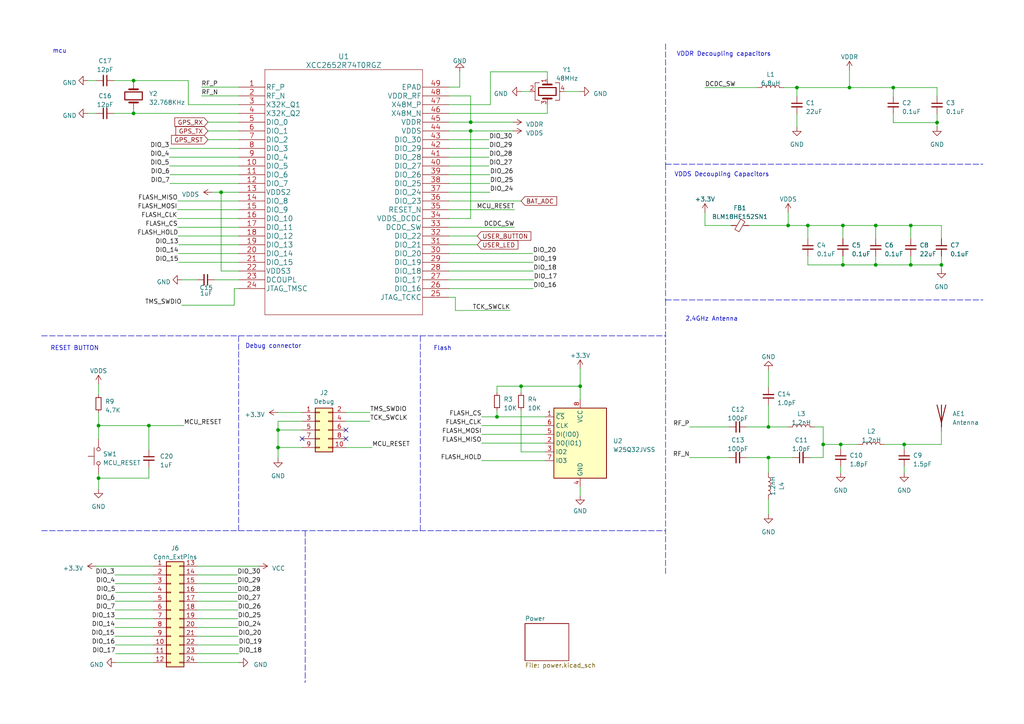
<source format=kicad_sch>
(kicad_sch (version 20230121) (generator eeschema)
  (paper "A4")
  (title_block (title "MCU") (date "2023-04-16"))
  (lib_symbols
    (symbol "2023-04-06_12-40-55:XCC2652R74T0RGZ" (pin_names (offset 0.254))
      (property "Reference" "U" (at 30.48 10.16 0))
      (property "Value" "XCC2652R74T0RGZ" (at 30.48 7.62 0))
      (symbol "XCC2652R74T0RGZ_1_1"
        (polyline (pts (xy 7.62 -66.04) (xy 53.34 -66.04)) (stroke (width 0.127)))
        (polyline (pts (xy 7.62 5.08) (xy 7.62 -66.04)) (stroke (width 0.127)))
        (polyline (pts (xy 53.34 -66.04) (xy 53.34 5.08)) (stroke (width 0.127)))
        (polyline (pts (xy 53.34 5.08) (xy 7.62 5.08)) (stroke (width 0.127)))
        (pin bidirectional line (at 0 0 0) (length 7.62) (name "RF_P") (number "1"))
        (pin bidirectional line (at 0 -22.86 0) (length 7.62) (name "DIO_5") (number "10"))
        (pin bidirectional line (at 0 -25.4 0) (length 7.62) (name "DIO_6") (number "11"))
        (pin bidirectional line (at 0 -27.94 0) (length 7.62) (name "DIO_7") (number "12"))
        (pin power_in line (at 0 -30.48 0) (length 7.62) (name "VDDS2") (number "13"))
        (pin bidirectional line (at 0 -33.02 0) (length 7.62) (name "DIO_8") (number "14"))
        (pin bidirectional line (at 0 -35.56 0) (length 7.62) (name "DIO_9") (number "15"))
        (pin bidirectional line (at 0 -38.1 0) (length 7.62) (name "DIO_10") (number "16"))
        (pin bidirectional line (at 0 -40.64 0) (length 7.62) (name "DIO_11") (number "17"))
        (pin bidirectional line (at 0 -43.18 0) (length 7.62) (name "DIO_12") (number "18"))
        (pin bidirectional line (at 0 -45.72 0) (length 7.62) (name "DIO_13") (number "19"))
        (pin bidirectional line (at 0 -2.54 0) (length 7.62) (name "RF_N") (number "2"))
        (pin bidirectional line (at 0 -48.26 0) (length 7.62) (name "DIO_14") (number "20"))
        (pin bidirectional line (at 0 -50.8 0) (length 7.62) (name "DIO_15") (number "21"))
        (pin power_in line (at 0 -53.34 0) (length 7.62) (name "VDDS3") (number "22"))
        (pin power_in line (at 0 -55.88 0) (length 7.62) (name "DCOUPL") (number "23"))
        (pin bidirectional line (at 0 -58.42 0) (length 7.62) (name "JTAG_TMSC") (number "24"))
        (pin input line (at 60.96 -60.96 180) (length 7.62) (name "JTAG_TCKC") (number "25"))
        (pin bidirectional line (at 60.96 -58.42 180) (length 7.62) (name "DIO_16") (number "26"))
        (pin bidirectional line (at 60.96 -55.88 180) (length 7.62) (name "DIO_17") (number "27"))
        (pin bidirectional line (at 60.96 -53.34 180) (length 7.62) (name "DIO_18") (number "28"))
        (pin bidirectional line (at 60.96 -50.8 180) (length 7.62) (name "DIO_19") (number "29"))
        (pin bidirectional line (at 0 -5.08 0) (length 7.62) (name "X32K_Q1") (number "3"))
        (pin bidirectional line (at 60.96 -48.26 180) (length 7.62) (name "DIO_20") (number "30"))
        (pin bidirectional line (at 60.96 -45.72 180) (length 7.62) (name "DIO_21") (number "31"))
        (pin bidirectional line (at 60.96 -43.18 180) (length 7.62) (name "DIO_22") (number "32"))
        (pin power_in line (at 60.96 -40.64 180) (length 7.62) (name "DCDC_SW") (number "33"))
        (pin power_in line (at 60.96 -38.1 180) (length 7.62) (name "VDDS_DCDC") (number "34"))
        (pin input line (at 60.96 -35.56 180) (length 7.62) (name "RESET_N") (number "35"))
        (pin bidirectional line (at 60.96 -33.02 180) (length 7.62) (name "DIO_23") (number "36"))
        (pin bidirectional line (at 60.96 -30.48 180) (length 7.62) (name "DIO_24") (number "37"))
        (pin bidirectional line (at 60.96 -27.94 180) (length 7.62) (name "DIO_25") (number "38"))
        (pin bidirectional line (at 60.96 -25.4 180) (length 7.62) (name "DIO_26") (number "39"))
        (pin bidirectional line (at 0 -7.62 0) (length 7.62) (name "X32K_Q2") (number "4"))
        (pin bidirectional line (at 60.96 -22.86 180) (length 7.62) (name "DIO_27") (number "40"))
        (pin bidirectional line (at 60.96 -20.32 180) (length 7.62) (name "DIO_28") (number "41"))
        (pin bidirectional line (at 60.96 -17.78 180) (length 7.62) (name "DIO_29") (number "42"))
        (pin bidirectional line (at 60.96 -15.24 180) (length 7.62) (name "DIO_30") (number "43"))
        (pin power_in line (at 60.96 -12.7 180) (length 7.62) (name "VDDS") (number "44"))
        (pin power_in line (at 60.96 -10.16 180) (length 7.62) (name "VDDR") (number "45"))
        (pin unspecified line (at 60.96 -7.62 180) (length 7.62) (name "X48M_N") (number "46"))
        (pin unspecified line (at 60.96 -5.08 180) (length 7.62) (name "X48M_P") (number "47"))
        (pin power_in line (at 60.96 -2.54 180) (length 7.62) (name "VDDR_RF") (number "48"))
        (pin unspecified line (at 60.96 0 180) (length 7.62) (name "EPAD") (number "49"))
        (pin bidirectional line (at 0 -10.16 0) (length 7.62) (name "DIO_0") (number "5"))
        (pin bidirectional line (at 0 -12.7 0) (length 7.62) (name "DIO_1") (number "6"))
        (pin bidirectional line (at 0 -15.24 0) (length 7.62) (name "DIO_2") (number "7"))
        (pin bidirectional line (at 0 -17.78 0) (length 7.62) (name "DIO_3") (number "8"))
        (pin bidirectional line (at 0 -20.32 0) (length 7.62) (name "DIO_4") (number "9"))
      )
    )
    (symbol "Connector_Generic:Conn_02x05_Odd_Even" (pin_names (offset 1.016) hide)
      (property "Reference" "J" (at 1.27 7.62 0))
      (property "Value" "Conn_02x05_Odd_Even" (at 1.27 -7.62 0))
      (symbol "Conn_02x05_Odd_Even_1_1"
        (rectangle (start -1.27 -4.953) (end 0 -5.207) (stroke (width 0.1524)))
        (rectangle (start -1.27 -2.413) (end 0 -2.667) (stroke (width 0.1524)))
        (rectangle (start -1.27 0.127) (end 0 -0.127) (stroke (width 0.1524)))
        (rectangle (start -1.27 2.667) (end 0 2.413) (stroke (width 0.1524)))
        (rectangle (start -1.27 5.207) (end 0 4.953) (stroke (width 0.1524)))
        (rectangle (start -1.27 6.35) (end 3.81 -6.35) (stroke (width 0.254)) (fill (type background)))
        (rectangle (start 3.81 -4.953) (end 2.54 -5.207) (stroke (width 0.1524)))
        (rectangle (start 3.81 -2.413) (end 2.54 -2.667) (stroke (width 0.1524)))
        (rectangle (start 3.81 0.127) (end 2.54 -0.127) (stroke (width 0.1524)))
        (rectangle (start 3.81 2.667) (end 2.54 2.413) (stroke (width 0.1524)))
        (rectangle (start 3.81 5.207) (end 2.54 4.953) (stroke (width 0.1524)))
        (pin passive line (at -5.08 5.08 0) (length 3.81) (name "Pin_1") (number "1"))
        (pin passive line (at 7.62 -5.08 180) (length 3.81) (name "Pin_10") (number "10"))
        (pin passive line (at 7.62 5.08 180) (length 3.81) (name "Pin_2") (number "2"))
        (pin passive line (at -5.08 2.54 0) (length 3.81) (name "Pin_3") (number "3"))
        (pin passive line (at 7.62 2.54 180) (length 3.81) (name "Pin_4") (number "4"))
        (pin passive line (at -5.08 0 0) (length 3.81) (name "Pin_5") (number "5"))
        (pin passive line (at 7.62 0 180) (length 3.81) (name "Pin_6") (number "6"))
        (pin passive line (at -5.08 -2.54 0) (length 3.81) (name "Pin_7") (number "7"))
        (pin passive line (at 7.62 -2.54 180) (length 3.81) (name "Pin_8") (number "8"))
        (pin passive line (at -5.08 -5.08 0) (length 3.81) (name "Pin_9") (number "9"))
      )
    )
    (symbol "Connector_Generic:Conn_02x12_Top_Bottom" (pin_names (offset 1.016) hide)
      (property "Reference" "J" (at 1.27 15.24 0))
      (property "Value" "Conn_02x12_Top_Bottom" (at 1.27 -17.78 0))
      (symbol "Conn_02x12_Top_Bottom_1_1"
        (rectangle (start -1.27 -15.113) (end 0 -15.367) (stroke (width 0.1524)))
        (rectangle (start -1.27 -12.573) (end 0 -12.827) (stroke (width 0.1524)))
        (rectangle (start -1.27 -10.033) (end 0 -10.287) (stroke (width 0.1524)))
        (rectangle (start -1.27 -7.493) (end 0 -7.747) (stroke (width 0.1524)))
        (rectangle (start -1.27 -4.953) (end 0 -5.207) (stroke (width 0.1524)))
        (rectangle (start -1.27 -2.413) (end 0 -2.667) (stroke (width 0.1524)))
        (rectangle (start -1.27 0.127) (end 0 -0.127) (stroke (width 0.1524)))
        (rectangle (start -1.27 2.667) (end 0 2.413) (stroke (width 0.1524)))
        (rectangle (start -1.27 5.207) (end 0 4.953) (stroke (width 0.1524)))
        (rectangle (start -1.27 7.747) (end 0 7.493) (stroke (width 0.1524)))
        (rectangle (start -1.27 10.287) (end 0 10.033) (stroke (width 0.1524)))
        (rectangle (start -1.27 12.827) (end 0 12.573) (stroke (width 0.1524)))
        (rectangle (start -1.27 13.97) (end 3.81 -16.51) (stroke (width 0.254)) (fill (type background)))
        (rectangle (start 3.81 -15.113) (end 2.54 -15.367) (stroke (width 0.1524)))
        (rectangle (start 3.81 -12.573) (end 2.54 -12.827) (stroke (width 0.1524)))
        (rectangle (start 3.81 -10.033) (end 2.54 -10.287) (stroke (width 0.1524)))
        (rectangle (start 3.81 -7.493) (end 2.54 -7.747) (stroke (width 0.1524)))
        (rectangle (start 3.81 -4.953) (end 2.54 -5.207) (stroke (width 0.1524)))
        (rectangle (start 3.81 -2.413) (end 2.54 -2.667) (stroke (width 0.1524)))
        (rectangle (start 3.81 0.127) (end 2.54 -0.127) (stroke (width 0.1524)))
        (rectangle (start 3.81 2.667) (end 2.54 2.413) (stroke (width 0.1524)))
        (rectangle (start 3.81 5.207) (end 2.54 4.953) (stroke (width 0.1524)))
        (rectangle (start 3.81 7.747) (end 2.54 7.493) (stroke (width 0.1524)))
        (rectangle (start 3.81 10.287) (end 2.54 10.033) (stroke (width 0.1524)))
        (rectangle (start 3.81 12.827) (end 2.54 12.573) (stroke (width 0.1524)))
        (pin passive line (at -5.08 12.7 0) (length 3.81) (name "Pin_1") (number "1"))
        (pin passive line (at -5.08 -10.16 0) (length 3.81) (name "Pin_10") (number "10"))
        (pin passive line (at -5.08 -12.7 0) (length 3.81) (name "Pin_11") (number "11"))
        (pin passive line (at -5.08 -15.24 0) (length 3.81) (name "Pin_12") (number "12"))
        (pin passive line (at 7.62 12.7 180) (length 3.81) (name "Pin_13") (number "13"))
        (pin passive line (at 7.62 10.16 180) (length 3.81) (name "Pin_14") (number "14"))
        (pin passive line (at 7.62 7.62 180) (length 3.81) (name "Pin_15") (number "15"))
        (pin passive line (at 7.62 5.08 180) (length 3.81) (name "Pin_16") (number "16"))
        (pin passive line (at 7.62 2.54 180) (length 3.81) (name "Pin_17") (number "17"))
        (pin passive line (at 7.62 0 180) (length 3.81) (name "Pin_18") (number "18"))
        (pin passive line (at 7.62 -2.54 180) (length 3.81) (name "Pin_19") (number "19"))
        (pin passive line (at -5.08 10.16 0) (length 3.81) (name "Pin_2") (number "2"))
        (pin passive line (at 7.62 -5.08 180) (length 3.81) (name "Pin_20") (number "20"))
        (pin passive line (at 7.62 -7.62 180) (length 3.81) (name "Pin_21") (number "21"))
        (pin passive line (at 7.62 -10.16 180) (length 3.81) (name "Pin_22") (number "22"))
        (pin passive line (at 7.62 -12.7 180) (length 3.81) (name "Pin_23") (number "23"))
        (pin passive line (at 7.62 -15.24 180) (length 3.81) (name "Pin_24") (number "24"))
        (pin passive line (at -5.08 7.62 0) (length 3.81) (name "Pin_3") (number "3"))
        (pin passive line (at -5.08 5.08 0) (length 3.81) (name "Pin_4") (number "4"))
        (pin passive line (at -5.08 2.54 0) (length 3.81) (name "Pin_5") (number "5"))
        (pin passive line (at -5.08 0 0) (length 3.81) (name "Pin_6") (number "6"))
        (pin passive line (at -5.08 -2.54 0) (length 3.81) (name "Pin_7") (number "7"))
        (pin passive line (at -5.08 -5.08 0) (length 3.81) (name "Pin_8") (number "8"))
        (pin passive line (at -5.08 -7.62 0) (length 3.81) (name "Pin_9") (number "9"))
      )
    )
    (symbol "Device:Antenna" (pin_numbers hide) (pin_names (offset 1.016) hide)
      (property "Reference" "AE" (at -1.905 1.905 0))
      (property "Value" "Antenna" (at -1.905 0 0))
      (symbol "Antenna_0_1"
        (polyline (pts (xy 0 2.54) (xy 0 -3.81)) (stroke (width 0.254)))
        (polyline (pts (xy 1.27 2.54) (xy 0 -2.54) (xy -1.27 2.54)) (stroke (width 0.254)))
      )
      (symbol "Antenna_1_1"
        (pin input line (at 0 -5.08 90) (length 2.54) (name "A") (number "1"))
      )
    )
    (symbol "Device:C_Small" (pin_numbers hide) (pin_names (offset 0.254) hide)
      (property "Reference" "C" (at 0.254 1.778 0))
      (property "Value" "C_Small" (at 0.254 -2.032 0))
      (symbol "C_Small_0_1"
        (polyline (pts (xy -1.524 -0.508) (xy 1.524 -0.508)) (stroke (width 0.3302)))
        (polyline (pts (xy -1.524 0.508) (xy 1.524 0.508)) (stroke (width 0.3048)))
      )
      (symbol "C_Small_1_1"
        (pin passive line (at 0 2.54 270) (length 2.032) (name "~") (number "1"))
        (pin passive line (at 0 -2.54 90) (length 2.032) (name "~") (number "2"))
      )
    )
    (symbol "Device:Crystal" (pin_numbers hide) (pin_names (offset 1.016) hide)
      (property "Reference" "Y" (at 0 3.81 0))
      (property "Value" "Crystal" (at 0 -3.81 0))
      (symbol "Crystal_0_1"
        (rectangle (start -1.143 2.54) (end 1.143 -2.54) (stroke (width 0.3048)))
        (polyline (pts (xy -2.54 0) (xy -1.905 0)))
        (polyline (pts (xy -1.905 -1.27) (xy -1.905 1.27)) (stroke (width 0.508)))
        (polyline (pts (xy 1.905 -1.27) (xy 1.905 1.27)) (stroke (width 0.508)))
        (polyline (pts (xy 2.54 0) (xy 1.905 0)))
      )
      (symbol "Crystal_1_1"
        (pin passive line (at -3.81 0 0) (length 1.27) (name "1") (number "1"))
        (pin passive line (at 3.81 0 180) (length 1.27) (name "2") (number "2"))
      )
    )
    (symbol "Device:Crystal_GND24" (pin_names (offset 1.016) hide)
      (property "Reference" "Y" (at 3.175 5.08 0))
      (property "Value" "Crystal_GND24" (at 3.175 3.175 0))
      (symbol "Crystal_GND24_0_1"
        (rectangle (start -1.143 2.54) (end 1.143 -2.54) (stroke (width 0.3048)))
        (polyline (pts (xy -2.54 0) (xy -2.032 0)))
        (polyline (pts (xy -2.032 -1.27) (xy -2.032 1.27)) (stroke (width 0.508)))
        (polyline (pts (xy 0 -3.81) (xy 0 -3.556)))
        (polyline (pts (xy 0 3.556) (xy 0 3.81)))
        (polyline (pts (xy 2.032 -1.27) (xy 2.032 1.27)) (stroke (width 0.508)))
        (polyline (pts (xy 2.032 0) (xy 2.54 0)))
        (polyline (pts (xy -2.54 -2.286) (xy -2.54 -3.556) (xy 2.54 -3.556) (xy 2.54 -2.286)))
        (polyline (pts (xy -2.54 2.286) (xy -2.54 3.556) (xy 2.54 3.556) (xy 2.54 2.286)))
      )
      (symbol "Crystal_GND24_1_1"
        (pin passive line (at -3.81 0 0) (length 1.27) (name "1") (number "1"))
        (pin passive line (at 0 5.08 270) (length 1.27) (name "2") (number "2"))
        (pin passive line (at 3.81 0 180) (length 1.27) (name "3") (number "3"))
        (pin passive line (at 0 -5.08 90) (length 1.27) (name "4") (number "4"))
      )
    )
    (symbol "Device:FerriteBead_Small" (pin_numbers hide) (pin_names (offset 0))
      (property "Reference" "FB" (at 1.905 1.27 0))
      (property "Value" "FerriteBead_Small" (at 1.905 -1.27 0))
      (symbol "FerriteBead_Small_0_1"
        (polyline (pts (xy 0 -1.27) (xy 0 -0.7874)))
        (polyline (pts (xy 0 0.889) (xy 0 1.2954)))
        (polyline (pts (xy -1.8288 0.2794) (xy -1.1176 1.4986) (xy 1.8288 -0.2032) (xy 1.1176 -1.4224) (xy -1.8288 0.2794)))
      )
      (symbol "FerriteBead_Small_1_1"
        (pin passive line (at 0 2.54 270) (length 1.27) (name "~") (number "1"))
        (pin passive line (at 0 -2.54 90) (length 1.27) (name "~") (number "2"))
      )
    )
    (symbol "Device:L" (pin_numbers hide) (pin_names (offset 1.016) hide)
      (property "Reference" "L" (at -1.27 0 90))
      (property "Value" "L" (at 1.905 0 90))
      (symbol "L_0_1"
        (arc (start 0 -2.54) (mid 0.6323 -1.905) (end 0 -1.27))
        (arc (start 0 -1.27) (mid 0.6323 -0.635) (end 0 0))
        (arc (start 0 0) (mid 0.6323 0.635) (end 0 1.27))
        (arc (start 0 1.27) (mid 0.6323 1.905) (end 0 2.54))
      )
      (symbol "L_1_1"
        (pin passive line (at 0 3.81 270) (length 1.27) (name "1") (number "1"))
        (pin passive line (at 0 -3.81 90) (length 1.27) (name "2") (number "2"))
      )
    )
    (symbol "Device:R_Small" (pin_numbers hide) (pin_names (offset 0.254) hide)
      (property "Reference" "R" (at 0.762 0.508 0))
      (property "Value" "R_Small" (at 0.762 -1.016 0))
      (symbol "R_Small_0_1"
        (rectangle (start -0.762 1.778) (end 0.762 -1.778) (stroke (width 0.2032)))
      )
      (symbol "R_Small_1_1"
        (pin passive line (at 0 2.54 270) (length 0.762) (name "~") (number "1"))
        (pin passive line (at 0 -2.54 90) (length 0.762) (name "~") (number "2"))
      )
    )
    (symbol "Memory_Flash:W25Q32JVSS"
      (property "Reference" "U" (at -6.35 11.43 0))
      (property "Value" "W25Q32JVSS" (at 7.62 11.43 0))
      (symbol "W25Q32JVSS_0_1"
        (rectangle (start -7.62 10.16) (end 7.62 -10.16) (stroke (width 0.254)) (fill (type background)))
      )
      (symbol "W25Q32JVSS_1_1"
        (pin input line (at -10.16 7.62 0) (length 2.54) (name "~{CS}") (number "1"))
        (pin bidirectional line (at -10.16 0 0) (length 2.54) (name "DO(IO1)") (number "2"))
        (pin bidirectional line (at -10.16 -2.54 0) (length 2.54) (name "IO2") (number "3"))
        (pin power_in line (at 0 -12.7 90) (length 2.54) (name "GND") (number "4"))
        (pin bidirectional line (at -10.16 2.54 0) (length 2.54) (name "DI(IO0)") (number "5"))
        (pin input line (at -10.16 5.08 0) (length 2.54) (name "CLK") (number "6"))
        (pin bidirectional line (at -10.16 -5.08 0) (length 2.54) (name "IO3") (number "7"))
        (pin power_in line (at 0 12.7 270) (length 2.54) (name "VCC") (number "8"))
      )
    )
    (symbol "Switch:SW_Push" (pin_numbers hide) (pin_names (offset 1.016) hide)
      (property "Reference" "SW" (at 1.27 2.54 0))
      (property "Value" "SW_Push" (at 0 -1.524 0))
      (symbol "SW_Push_0_1"
        (circle (center -2.032 0) (radius 0.508))
        (polyline (pts (xy 0 1.27) (xy 0 3.048)))
        (polyline (pts (xy 2.54 1.27) (xy -2.54 1.27)))
        (circle (center 2.032 0) (radius 0.508))
        (pin passive line (at -5.08 0 0) (length 2.54) (name "1") (number "1"))
        (pin passive line (at 5.08 0 180) (length 2.54) (name "2") (number "2"))
      )
    )
    (symbol "TrackerCC2652R7:VDDR" (power) (pin_names (offset 0))
      (property "Value" "VDDR" (at 0 3.81 0))
      (symbol "VDDR_0_1"
        (polyline (pts (xy -0.762 1.27) (xy 0 2.54)))
        (polyline (pts (xy 0 0) (xy 0 2.54)))
        (polyline (pts (xy 0 2.54) (xy 0.762 1.27)))
      )
      (symbol "VDDR_1_1"
        (pin power_in line (at 0 0 90) (length 0) hide (name "VDDR") (number "1"))
      )
    )
    (symbol "TrackerCC2652R7:VDDS" (power) (pin_names (offset 0))
      (property "Value" "VDDS" (at 0 3.81 0))
      (symbol "VDDS_0_1"
        (polyline (pts (xy -0.762 1.27) (xy 0 2.54)))
        (polyline (pts (xy 0 0) (xy 0 2.54)))
        (polyline (pts (xy 0 2.54) (xy 0.762 1.27)))
      )
      (symbol "VDDS_1_1"
        (pin power_in line (at 0 0 90) (length 0) hide (name "VDDS") (number "1"))
      )
    )
    (symbol "power:+3.3V" (power) (pin_names (offset 0))
      (property "Value" "+3.3V" (at 0 3.556 0))
      (symbol "+3.3V_0_1"
        (polyline (pts (xy -0.762 1.27) (xy 0 2.54)))
        (polyline (pts (xy 0 0) (xy 0 2.54)))
        (polyline (pts (xy 0 2.54) (xy 0.762 1.27)))
      )
      (symbol "+3.3V_1_1"
        (pin power_in line (at 0 0 90) (length 0) hide (name "+3.3V") (number "1"))
      )
    )
    (symbol "power:GND" (power) (pin_names (offset 0))
      (property "Value" "GND" (at 0 -3.81 0))
      (symbol "GND_0_1"
        (polyline (pts (xy 0 0) (xy 0 -1.27) (xy 1.27 -1.27) (xy 0 -2.54) (xy -1.27 -1.27) (xy 0 -1.27)))
      )
      (symbol "GND_1_1"
        (pin power_in line (at 0 0 270) (length 0) hide (name "GND") (number "1"))
      )
    )
    (symbol "power:VCC" (power) (pin_names (offset 0))
      (property "Value" "VCC" (at 0 3.81 0))
      (symbol "VCC_0_1"
        (polyline (pts (xy -0.762 1.27) (xy 0 2.54)))
        (polyline (pts (xy 0 0) (xy 0 2.54)))
        (polyline (pts (xy 0 2.54) (xy 0.762 1.27)))
      )
      (symbol "VCC_1_1"
        (pin power_in line (at 0 0 90) (length 0) hide (name "VCC") (number "1"))
      )
    )
  )
  (junction (at 271.78 35.56))
  (junction (at 151.13 112.014))
  (junction (at 136.525 37.973))
  (junction (at 244.475 76.835))
  (junction (at 246.38 25.4))
  (junction (at 254 65.405))
  (junction (at 80.645 124.714))
  (junction (at 228.6 65.405))
  (junction (at 244.475 65.405))
  (junction (at 43.18 123.444))
  (junction (at 168.275 112.014))
  (junction (at 28.575 138.684))
  (junction (at 234.315 65.405))
  (junction (at 259.08 25.4))
  (junction (at 144.145 120.904))
  (junction (at 38.735 23.368))
  (junction (at 254 76.835))
  (junction (at 273.05 76.835))
  (junction (at 64.135 55.753))
  (junction (at 80.645 129.794))
  (junction (at 28.575 123.444))
  (junction (at 222.885 132.715))
  (junction (at 222.885 123.825))
  (junction (at 38.735 32.893))
  (junction (at 262.255 128.905))
  (junction (at 238.76 128.905))
  (junction (at 231.14 25.4))
  (junction (at 264.16 76.835))
  (junction (at 136.525 35.433))
  (junction (at 264.16 65.405))
  (junction (at 243.84 128.905))
  (no_connect (at 100.33 124.714))
  (no_connect (at 87.63 127.254))
  (no_connect (at 100.33 127.254))
  (wire (pts (xy 57.15 189.611) (xy 69.215 189.611)))
  (wire (pts (xy 151.13 26.543) (xy 153.67 26.543)))
  (wire (pts (xy 163.83 26.543) (xy 168.275 26.543)))
  (wire (pts (xy 228.6 61.595) (xy 228.6 65.405)))
  (wire (pts (xy 144.145 120.904) (xy 158.115 120.904)))
  (wire (pts (xy 144.145 118.999) (xy 144.145 120.904)))
  (wire (pts (xy 100.33 122.174) (xy 107.315 122.174)))
  (wire (pts (xy 254 65.405) (xy 254 69.215)))
  (wire (pts (xy 51.435 63.373) (xy 69.215 63.373)))
  (wire (pts (xy 136.525 27.813) (xy 136.525 35.433)))
  (wire (pts (xy 204.47 65.405) (xy 212.09 65.405)))
  (wire (pts (xy 130.175 78.613) (xy 154.686 78.613)))
  (wire (pts (xy 60.325 40.513) (xy 69.215 40.513)))
  (wire (pts (xy 33.02 23.368) (xy 38.735 23.368)))
  (wire (pts (xy 130.175 53.213) (xy 142.113 53.213)))
  (wire (pts (xy 49.149 45.593) (xy 69.215 45.593)))
  (wire (pts (xy 228.6 65.405) (xy 234.315 65.405)))
  (wire (pts (xy 144.145 112.014) (xy 151.13 112.014)))
  (wire (pts (xy 51.562 65.913) (xy 69.215 65.913)))
  (wire (pts (xy 217.17 65.405) (xy 228.6 65.405)))
  (wire (pts (xy 27.94 164.211) (xy 44.45 164.211)))
  (wire (pts (xy 234.315 65.405) (xy 244.475 65.405)))
  (wire (pts (xy 246.38 25.4) (xy 259.08 25.4)))
  (wire (pts (xy 28.575 123.444) (xy 43.18 123.444)))
  (wire (pts (xy 238.76 132.715) (xy 238.76 128.905)))
  (wire (pts (xy 273.05 128.905) (xy 273.05 125.095)))
  (wire (pts (xy 80.645 124.714) (xy 80.645 129.794)))
  (wire (pts (xy 130.175 65.913) (xy 149.225 65.913)))
  (wire (pts (xy 204.47 61.595) (xy 204.47 65.405)))
  (wire (pts (xy 139.7 128.524) (xy 158.115 128.524)))
  (wire (pts (xy 60.325 37.973) (xy 69.215 37.973)))
  (polyline (pts (xy 193.04 86.995) (xy 193.04 166.37)) (stroke (width 0) (type dash)))
  (wire (pts (xy 87.63 129.794) (xy 80.645 129.794)))
  (wire (pts (xy 254 76.835) (xy 264.16 76.835)))
  (polyline (pts (xy 12.065 97.409) (xy 193.04 97.409)) (stroke (width 0) (type dash)))
  (wire (pts (xy 231.14 33.02) (xy 231.14 36.83)))
  (wire (pts (xy 259.08 25.4) (xy 259.08 27.94)))
  (wire (pts (xy 33.401 169.291) (xy 44.45 169.291)))
  (wire (pts (xy 244.475 65.405) (xy 254 65.405)))
  (wire (pts (xy 49.149 48.133) (xy 69.215 48.133)))
  (wire (pts (xy 246.38 20.32) (xy 246.38 25.4)))
  (wire (pts (xy 57.15 174.371) (xy 68.834 174.371)))
  (wire (pts (xy 138.43 68.453) (xy 130.175 68.453)))
  (wire (pts (xy 130.175 35.433) (xy 136.525 35.433)))
  (wire (pts (xy 222.885 123.825) (xy 228.6 123.825)))
  (wire (pts (xy 33.401 174.371) (xy 44.45 174.371)))
  (wire (pts (xy 64.135 78.613) (xy 64.135 55.753)))
  (wire (pts (xy 62.23 81.153) (xy 69.215 81.153)))
  (wire (pts (xy 100.33 129.794) (xy 107.95 129.794)))
  (wire (pts (xy 248.92 128.905) (xy 243.84 128.905)))
  (wire (pts (xy 57.15 169.291) (xy 68.834 169.291)))
  (wire (pts (xy 256.54 128.905) (xy 262.255 128.905)))
  (wire (pts (xy 158.75 32.893) (xy 158.75 30.353)))
  (wire (pts (xy 243.84 128.905) (xy 243.84 130.175)))
  (wire (pts (xy 139.7 120.904) (xy 144.145 120.904)))
  (wire (pts (xy 130.175 45.593) (xy 141.859 45.593)))
  (polyline (pts (xy 193.04 86.995) (xy 285.115 86.995)) (stroke (width 0) (type dash)))
  (wire (pts (xy 168.275 106.934) (xy 168.275 112.014)))
  (wire (pts (xy 69.215 78.613) (xy 64.135 78.613)))
  (wire (pts (xy 222.885 132.715) (xy 229.87 132.715)))
  (wire (pts (xy 130.175 30.353) (xy 142.24 30.353)))
  (wire (pts (xy 200.025 132.715) (xy 211.455 132.715)))
  (wire (pts (xy 130.175 40.513) (xy 141.859 40.513)))
  (wire (pts (xy 33.528 171.831) (xy 44.45 171.831)))
  (wire (pts (xy 33.401 176.911) (xy 44.45 176.911)))
  (wire (pts (xy 259.08 33.02) (xy 259.08 35.56)))
  (wire (pts (xy 57.15 192.151) (xy 69.342 192.151)))
  (wire (pts (xy 130.175 81.153) (xy 154.813 81.153)))
  (polyline (pts (xy 88.392 197.866) (xy 88.519 197.866)))
  (polyline (pts (xy 193.04 86.995) (xy 193.04 86.995)) (stroke (width 0) (type dash)))
  (wire (pts (xy 51.816 70.993) (xy 69.215 70.993)))
  (wire (pts (xy 130.175 60.833) (xy 149.225 60.833)))
  (wire (pts (xy 139.7 125.984) (xy 158.115 125.984)))
  (wire (pts (xy 64.135 55.753) (xy 69.215 55.753)))
  (wire (pts (xy 271.78 33.02) (xy 271.78 35.56)))
  (wire (pts (xy 54.61 30.353) (xy 69.215 30.353)))
  (wire (pts (xy 244.475 74.295) (xy 244.475 76.835)))
  (wire (pts (xy 264.16 76.835) (xy 273.05 76.835)))
  (wire (pts (xy 151.13 112.014) (xy 151.13 113.919)))
  (wire (pts (xy 130.175 63.373) (xy 136.525 63.373)))
  (wire (pts (xy 136.525 37.973) (xy 148.717 37.973)))
  (wire (pts (xy 130.175 27.813) (xy 136.525 27.813)))
  (wire (pts (xy 273.05 74.295) (xy 273.05 76.835)))
  (wire (pts (xy 236.22 123.825) (xy 238.76 123.825)))
  (wire (pts (xy 33.02 32.893) (xy 38.735 32.893)))
  (wire (pts (xy 49.149 43.053) (xy 69.215 43.053)))
  (wire (pts (xy 51.689 68.453) (xy 69.215 68.453)))
  (wire (pts (xy 130.175 32.893) (xy 158.75 32.893)))
  (wire (pts (xy 51.816 73.533) (xy 69.215 73.533)))
  (wire (pts (xy 262.255 128.905) (xy 273.05 128.905)))
  (wire (pts (xy 130.175 48.133) (xy 141.859 48.133)))
  (wire (pts (xy 216.535 132.715) (xy 222.885 132.715)))
  (wire (pts (xy 271.78 35.56) (xy 271.78 36.83)))
  (wire (pts (xy 264.16 65.405) (xy 264.16 69.215)))
  (wire (pts (xy 238.76 123.825) (xy 238.76 128.905)))
  (wire (pts (xy 130.175 73.533) (xy 154.559 73.533)))
  (wire (pts (xy 52.705 88.519) (xy 67.945 88.519)))
  (wire (pts (xy 43.18 135.509) (xy 43.18 138.684)))
  (wire (pts (xy 130.175 50.673) (xy 142.113 50.673)))
  (polyline (pts (xy 12.065 153.924) (xy 193.04 153.924)) (stroke (width 0) (type dash)))
  (wire (pts (xy 33.401 187.071) (xy 44.45 187.071)))
  (wire (pts (xy 244.475 65.405) (xy 244.475 69.215)))
  (wire (pts (xy 151.13 112.014) (xy 168.275 112.014)))
  (wire (pts (xy 52.705 81.153) (xy 57.15 81.153)))
  (wire (pts (xy 80.645 129.794) (xy 80.645 132.969)))
  (wire (pts (xy 57.15 171.831) (xy 68.834 171.831)))
  (wire (pts (xy 130.175 76.073) (xy 154.686 76.073)))
  (wire (pts (xy 231.14 25.4) (xy 231.14 27.94)))
  (wire (pts (xy 151.13 118.999) (xy 151.13 131.064)))
  (wire (pts (xy 139.7 123.444) (xy 158.115 123.444)))
  (wire (pts (xy 33.401 181.991) (xy 44.45 181.991)))
  (wire (pts (xy 43.18 123.444) (xy 43.18 130.429)))
  (wire (pts (xy 130.175 83.693) (xy 154.686 83.693)))
  (wire (pts (xy 80.645 122.174) (xy 87.63 122.174)))
  (wire (pts (xy 54.61 23.368) (xy 54.61 30.353)))
  (wire (pts (xy 234.95 132.715) (xy 238.76 132.715)))
  (wire (pts (xy 222.885 117.475) (xy 222.885 123.825)))
  (wire (pts (xy 33.528 192.151) (xy 44.45 192.151)))
  (wire (pts (xy 51.562 58.293) (xy 69.215 58.293)))
  (wire (pts (xy 58.42 25.273) (xy 69.215 25.273)))
  (wire (pts (xy 80.645 124.714) (xy 87.63 124.714)))
  (wire (pts (xy 130.175 70.993) (xy 138.43 70.993)))
  (wire (pts (xy 216.535 123.825) (xy 222.885 123.825)))
  (wire (pts (xy 58.42 27.813) (xy 69.215 27.813)))
  (wire (pts (xy 264.16 74.295) (xy 264.16 76.835)))
  (wire (pts (xy 38.735 32.893) (xy 38.735 31.623)))
  (wire (pts (xy 254 65.405) (xy 264.16 65.405)))
  (wire (pts (xy 38.735 24.003) (xy 38.735 23.368)))
  (wire (pts (xy 25.4 23.368) (xy 27.94 23.368)))
  (wire (pts (xy 142.24 30.353) (xy 142.24 20.828)))
  (wire (pts (xy 33.274 166.751) (xy 44.45 166.751)))
  (wire (pts (xy 130.175 86.233) (xy 132.08 86.233)))
  (wire (pts (xy 259.08 25.4) (xy 271.78 25.4)))
  (wire (pts (xy 130.175 25.273) (xy 133.35 25.273)))
  (wire (pts (xy 222.885 144.78) (xy 222.885 149.225)))
  (wire (pts (xy 238.76 128.905) (xy 243.84 128.905)))
  (wire (pts (xy 28.575 123.444) (xy 28.575 127.254)))
  (polyline (pts (xy 88.519 153.924) (xy 88.519 197.866)) (stroke (width 0) (type dash)))
  (wire (pts (xy 271.78 25.4) (xy 271.78 27.94)))
  (wire (pts (xy 200.025 123.825) (xy 211.455 123.825)))
  (polyline (pts (xy 193.04 47.625) (xy 193.04 86.995)) (stroke (width 0) (type dash)))
  (wire (pts (xy 130.175 58.293) (xy 151.13 58.293)))
  (wire (pts (xy 33.274 184.531) (xy 44.45 184.531)))
  (wire (pts (xy 136.525 63.373) (xy 136.525 37.973)))
  (wire (pts (xy 67.945 83.693) (xy 67.945 88.519)))
  (wire (pts (xy 234.315 76.835) (xy 244.475 76.835)))
  (wire (pts (xy 33.528 189.611) (xy 44.45 189.611)))
  (wire (pts (xy 227.33 25.4) (xy 231.14 25.4)))
  (wire (pts (xy 168.275 141.224) (xy 168.275 143.764)))
  (wire (pts (xy 231.14 25.4) (xy 246.38 25.4)))
  (wire (pts (xy 100.33 119.634) (xy 107.315 119.634)))
  (polyline (pts (xy 193.04 47.625) (xy 285.115 47.625)) (stroke (width 0) (type dash)))
  (wire (pts (xy 273.05 65.405) (xy 273.05 69.215)))
  (wire (pts (xy 262.255 135.255) (xy 262.255 137.16)))
  (wire (pts (xy 69.215 83.693) (xy 67.945 83.693)))
  (polyline (pts (xy 69.215 97.409) (xy 69.215 153.924)) (stroke (width 0) (type dash)))
  (wire (pts (xy 80.645 119.634) (xy 87.63 119.634)))
  (wire (pts (xy 158.75 20.828) (xy 158.75 22.733)))
  (wire (pts (xy 262.255 130.175) (xy 262.255 128.905)))
  (wire (pts (xy 204.47 25.4) (xy 219.71 25.4)))
  (wire (pts (xy 222.885 132.715) (xy 222.885 137.16)))
  (wire (pts (xy 28.575 119.634) (xy 28.575 123.444)))
  (wire (pts (xy 38.735 32.893) (xy 69.215 32.893)))
  (wire (pts (xy 60.325 35.433) (xy 69.215 35.433)))
  (wire (pts (xy 33.401 179.451) (xy 44.45 179.451)))
  (wire (pts (xy 57.15 181.991) (xy 68.961 181.991)))
  (wire (pts (xy 51.816 76.073) (xy 69.215 76.073)))
  (wire (pts (xy 130.175 37.973) (xy 136.525 37.973)))
  (wire (pts (xy 264.16 65.405) (xy 273.05 65.405)))
  (wire (pts (xy 25.4 32.893) (xy 27.94 32.893)))
  (wire (pts (xy 57.15 184.531) (xy 69.088 184.531)))
  (wire (pts (xy 254 74.295) (xy 254 76.835)))
  (wire (pts (xy 43.18 123.444) (xy 53.34 123.444)))
  (wire (pts (xy 142.24 20.828) (xy 158.75 20.828)))
  (wire (pts (xy 61.595 55.753) (xy 64.135 55.753)))
  (wire (pts (xy 57.15 176.911) (xy 68.961 176.911)))
  (wire (pts (xy 259.08 35.56) (xy 271.78 35.56)))
  (wire (pts (xy 51.435 60.833) (xy 69.215 60.833)))
  (wire (pts (xy 57.15 164.211) (xy 75.057 164.211)))
  (wire (pts (xy 222.885 107.315) (xy 222.885 112.395)))
  (polyline (pts (xy 121.92 97.409) (xy 121.92 153.924)) (stroke (width 0) (type dash)))
  (wire (pts (xy 49.276 53.213) (xy 69.215 53.213)))
  (wire (pts (xy 136.525 35.433) (xy 148.717 35.433)))
  (wire (pts (xy 273.05 76.835) (xy 273.05 78.105)))
  (wire (pts (xy 38.735 23.368) (xy 54.61 23.368)))
  (wire (pts (xy 28.575 137.414) (xy 28.575 138.684)))
  (wire (pts (xy 43.18 138.684) (xy 28.575 138.684)))
  (polyline (pts (xy 193.04 12.7) (xy 193.04 47.625)) (stroke (width 0) (type dash)))
  (wire (pts (xy 133.35 25.273) (xy 133.35 20.828)))
  (wire (pts (xy 57.15 179.451) (xy 68.961 179.451)))
  (wire (pts (xy 244.475 76.835) (xy 254 76.835)))
  (wire (pts (xy 151.13 131.064) (xy 158.115 131.064)))
  (wire (pts (xy 132.08 86.233) (xy 132.08 90.043)))
  (wire (pts (xy 130.175 55.753) (xy 142.113 55.753)))
  (wire (pts (xy 168.275 112.014) (xy 168.275 115.824)))
  (wire (pts (xy 80.645 124.714) (xy 80.645 122.174)))
  (wire (pts (xy 57.15 166.751) (xy 68.834 166.751)))
  (wire (pts (xy 28.575 111.379) (xy 28.575 114.554)))
  (wire (pts (xy 243.84 135.255) (xy 243.84 137.16)))
  (wire (pts (xy 234.315 65.405) (xy 234.315 69.215)))
  (wire (pts (xy 49.276 50.673) (xy 69.215 50.673)))
  (wire (pts (xy 139.7 133.604) (xy 158.115 133.604)))
  (wire (pts (xy 234.315 74.295) (xy 234.315 76.835)))
  (wire (pts (xy 130.175 43.053) (xy 141.859 43.053)))
  (wire (pts (xy 144.145 112.014) (xy 144.145 113.919)))
  (wire (pts (xy 57.15 187.071) (xy 69.215 187.071)))
  (wire (pts (xy 28.575 138.684) (xy 28.575 141.859)))
  (wire (pts (xy 132.08 90.043) (xy 147.955 90.043)))
  (text "RESET BUTTON" (at 14.605 101.854 0) (effects (font (size 1.27 1.27)) (justify left bottom)))
  (text "Flash" (at 125.73 101.854 0) (effects (font (size 1.27 1.27)) (justify left bottom)))
  (text "mcu" (at 15.24 15.621 0) (effects (font (size 1.27 1.27)) (justify left bottom)))
  (text "2.4GHz Antenna" (at 198.755 93.345 0) (effects (font (size 1.27 1.27)) (justify left bottom)))
  (text "VDDR Decoupling capacitors" (at 196.215 16.51 0) (effects (font (size 1.27 1.27)) (justify left bottom)))
  (text "Debug connector" (at 71.12 101.219 0) (effects (font (size 1.27 1.27)) (justify left bottom)))
  (text "VDDS Decoupling Capacitors" (at 195.58 51.435 0) (effects (font (size 1.27 1.27)) (justify left bottom)))
  (label "DCDC_SW" (at 204.47 25.4 0))
  (label "TCK_SWCLK" (at 147.955 90.043 180))
  (label "FLASH_MOSI" (at 51.435 60.833 180))
  (label "TCK_SWCLK" (at 107.315 122.174 0))
  (label "DIO_27" (at 68.834 174.371 0))
  (label "DIO_27" (at 141.859 48.133 0))
  (label "DIO_3" (at 33.274 166.751 180))
  (label "FLASH_CLK" (at 139.7 123.444 180))
  (label "DIO_19" (at 154.686 76.073 0))
  (label "DIO_20" (at 154.559 73.533 0))
  (label "DIO_15" (at 51.816 76.073 180))
  (label "DIO_16" (at 33.401 187.071 180))
  (label "DIO_6" (at 49.276 50.673 180))
  (label "DCDC_SW" (at 149.225 65.913 180))
  (label "DIO_25" (at 142.113 53.213 0))
  (label "FLASH_MISO" (at 139.7 128.524 180))
  (label "DIO_5" (at 49.149 48.133 180))
  (label "FLASH_CS" (at 51.562 65.913 180))
  (label "DIO_17" (at 154.813 81.153 0))
  (label "DIO_13" (at 33.401 179.451 180))
  (label "DIO_28" (at 68.834 171.831 0))
  (label "DIO_24" (at 68.961 181.991 0))
  (label "FLASH_MOSI" (at 139.7 125.984 180))
  (label "DIO_29" (at 141.859 43.053 0))
  (label "DIO_18" (at 69.215 189.611 0))
  (label "MCU_RESET" (at 53.34 123.444 0))
  (label "RF_N" (at 200.025 132.715 180))
  (label "DIO_4" (at 49.149 45.593 180))
  (label "DIO_17" (at 33.528 189.611 180))
  (label "DIO_30" (at 68.834 166.751 0))
  (label "TMS_SWDIO" (at 107.315 119.634 0))
  (label "RF_P" (at 58.42 25.273 0))
  (label "TMS_SWDIO" (at 52.705 88.519 180))
  (label "DIO_6" (at 33.401 174.371 180))
  (label "DIO_25" (at 68.961 179.451 0))
  (label "FLASH_MISO" (at 51.562 58.293 180))
  (label "DIO_7" (at 33.401 176.911 180))
  (label "MCU_RESET" (at 149.225 60.833 180))
  (label "RF_P" (at 200.025 123.825 180))
  (label "FLASH_CS" (at 139.7 120.904 180))
  (label "DIO_5" (at 33.528 171.831 180))
  (label "DIO_14" (at 51.816 73.533 180))
  (label "DIO_7" (at 49.276 53.213 180))
  (label "DIO_24" (at 142.113 55.753 0))
  (label "RF_N" (at 58.42 27.813 0))
  (label "DIO_19" (at 69.215 187.071 0))
  (label "DIO_16" (at 154.686 83.693 0))
  (label "DIO_28" (at 141.859 45.593 0))
  (label "DIO_26" (at 68.961 176.911 0))
  (label "FLASH_CLK" (at 51.435 63.373 180))
  (label "MCU_RESET" (at 107.95 129.794 0))
  (label "DIO_3" (at 49.149 43.053 180))
  (label "DIO_15" (at 33.274 184.531 180))
  (label "DIO_4" (at 33.401 169.291 180))
  (label "FLASH_HOLD" (at 51.689 68.453 180))
  (label "DIO_18" (at 154.686 78.613 0))
  (label "DIO_26" (at 142.113 50.673 0))
  (label "DIO_20" (at 69.088 184.531 0))
  (label "DIO_29" (at 68.834 169.291 0))
  (label "DIO_13" (at 51.816 70.993 180))
  (label "FLASH_HOLD" (at 139.7 133.604 180))
  (label "DIO_30" (at 141.859 40.513 0))
  (label "DIO_14" (at 33.401 181.991 180))
  (global_label "USER_LED" (shape input) (at 138.43 70.993 0) (property "Intersheetrefs" "${INTERSHEET_REFS}" (effects hide)))
  (global_label "USER_BUTTON" (shape input) (at 138.43 68.453 0) (property "Intersheetrefs" "${INTERSHEET_REFS}" (effects hide)))
  (global_label "GPS_RX" (shape input) (at 60.325 35.433 180) (property "Intersheetrefs" "${INTERSHEET_REFS}" (effects hide)))
  (global_label "BAT_ADC" (shape input) (at 151.13 58.293 0) (property "Intersheetrefs" "${INTERSHEET_REFS}" (effects hide)))
  (global_label "GPS_TX" (shape input) (at 60.325 37.973 180) (property "Intersheetrefs" "${INTERSHEET_REFS}" (effects hide)))
  (global_label "GPS_RST" (shape input) (at 60.325 40.513 180) (property "Intersheetrefs" "${INTERSHEET_REFS}" (effects hide)))
  (symbol (lib_id "2023-04-06_12-40-55:XCC2652R74T0RGZ") (at 69.215 25.273 0) (unit 1)
    (property "Reference" "U1" (at 99.695 16.383 0) (effects (font (size 1.524 1.524))))
    (property "Value" "XCC2652R74T0RGZ" (at 99.695 18.923 0) (effects (font (size 1.524 1.524))))
    (property "Footprint" "Package_DFN_QFN:Texas_S-PVQFN-N48_EP5.15x5.15mm" (effects hide))
  )
  (symbol (lib_id "Device:C_Small") (at 271.78 30.48 0) (unit 1)
    (property "Reference" "C3" (at 274.32 29.8513 0) (effects (justify left)))
    (property "Value" "0.1uF" (at 274.32 32.3913 0) (effects (justify left)))
    (property "Footprint" "Capacitor_SMD:C_0603_1608Metric" (effects hide))
  )
  (symbol (lib_id "power:GND") (at 243.84 137.16 0) (unit 1)
    (property "Reference" "#PWR016" (effects hide))
    (property "Value" "GND" (at 243.84 142.24 0))
  )
  (symbol (lib_id "Device:C_Small") (at 213.995 132.715 90) (unit 1)
    (property "Reference" "C13" (at 214.0013 127.635 90))
    (property "Value" "100pF" (at 214.0013 130.175 90))
    (property "Footprint" "Capacitor_SMD:C_0402_1005Metric" (effects hide))
  )
  (symbol (lib_id "power:+3.3V") (at 204.47 61.595 0) (unit 1)
    (property "Reference" "#PWR08" (effects hide))
    (property "Value" "+3.3V" (at 204.47 57.785 0))
  )
  (symbol (lib_id "Device:L") (at 252.73 128.905 90) (unit 1)
    (property "Reference" "L2" (at 252.73 125.095 90))
    (property "Value" "1.2nH" (at 252.73 127.635 90))
    (property "Footprint" "Inductor_SMD:L_0402_1005Metric" (effects hide))
  )
  (symbol (lib_id "Device:Antenna") (at 273.05 120.015 0) (unit 1)
    (property "Reference" "AE1" (at 276.225 120.015 0) (effects (justify left)))
    (property "Value" "Antenna" (at 276.225 122.555 0) (effects (justify left)))
    (property "Footprint" "RF_Antenna:Texas_SWRA117D_2.4GHz_Right" (effects hide))
  )
  (symbol (lib_id "Device:C_Small") (at 234.315 71.755 0) (unit 1)
    (property "Reference" "C4" (at 236.855 71.1263 0) (effects (justify left)))
    (property "Value" "0.1uF" (at 236.855 73.6663 0) (effects (justify left)))
    (property "Footprint" "Capacitor_SMD:C_0603_1608Metric" (effects hide))
  )
  (symbol (lib_id "Device:C_Small") (at 232.41 132.715 90) (unit 1)
    (property "Reference" "C11" (at 232.4163 127.635 90))
    (property "Value" "1.0pF" (at 232.4163 130.175 90))
    (property "Footprint" "Capacitor_SMD:C_0201_0603Metric" (effects hide))
  )
  (symbol (lib_id "Device:C_Small") (at 254 71.755 0) (unit 1)
    (property "Reference" "C6" (at 256.54 71.1263 0) (effects (justify left)))
    (property "Value" "0.1uF" (at 256.54 73.6663 0) (effects (justify left)))
    (property "Footprint" "Capacitor_SMD:C_0603_1608Metric" (effects hide))
  )
  (symbol (lib_id "Device:C_Small") (at 231.14 30.48 0) (unit 1)
    (property "Reference" "C1" (at 233.68 29.8513 0) (effects (justify left)))
    (property "Value" "22uF" (at 233.68 32.3913 0) (effects (justify left)))
    (property "Footprint" "Capacitor_SMD:C_0402_1005Metric" (effects hide))
  )
  (symbol (lib_id "power:GND") (at 271.78 36.83 0) (unit 1)
    (property "Reference" "#PWR012" (effects hide))
    (property "Value" "GND" (at 271.78 41.91 0))
  )
  (symbol (lib_id "power:GND") (at 133.35 20.828 180) (unit 1)
    (property "Reference" "#PWR021" (effects hide))
    (property "Value" "GND" (at 133.35 17.653 0))
  )
  (symbol (lib_id "Switch:SW_Push") (at 28.575 132.334 90) (unit 1)
    (property "Reference" "SW1" (at 29.845 131.699 90) (effects (justify right)))
    (property "Value" "MCU_RESET" (at 29.845 134.239 90) (effects (justify right)))
    (property "Footprint" "ST-1101V-4_3:ST-1101V-4.3" (effects hide))
  )
  (symbol (lib_id "Device:FerriteBead_Small") (at 214.63 65.405 90) (unit 1)
    (property "Reference" "FB1" (at 214.5919 60.325 90))
    (property "Value" "BLM18HE152SN1" (at 214.5919 62.865 90))
    (property "Footprint" "Resistor_SMD:R_0603_1608Metric" (effects hide))
  )
  (symbol (lib_id "Device:C_Small") (at 222.885 114.935 180) (unit 1)
    (property "Reference" "C14" (at 225.425 114.2936 0) (effects (justify right)))
    (property "Value" "1.0pF" (at 225.425 116.8336 0) (effects (justify right)))
    (property "Footprint" "Capacitor_SMD:C_0201_0603Metric" (effects hide))
  )
  (symbol (lib_id "power:GND") (at 222.885 149.225 0) (unit 1)
    (property "Reference" "#PWR017" (effects hide))
    (property "Value" "GND" (at 222.885 154.305 0))
  )
  (symbol (lib_id "Device:C_Small") (at 262.255 132.715 0) (unit 1)
    (property "Reference" "C9" (at 264.795 132.0863 0) (effects (justify left)))
    (property "Value" "1.5pF" (at 264.795 134.6263 0) (effects (justify left)))
    (property "Footprint" "Capacitor_SMD:C_0402_1005Metric" (effects hide))
  )
  (symbol (lib_id "power:GND") (at 25.4 23.368 270) (unit 1)
    (property "Reference" "#PWR023" (effects hide))
    (property "Value" "GND" (at 22.225 24.003 90) (effects (justify right)))
  )
  (symbol (lib_id "TrackerCC2652R7:VDDS") (at 28.575 111.379 0) (unit 1)
    (property "Reference" "#PWR033" (effects hide))
    (property "Value" "VDDS" (at 28.575 107.569 0))
  )
  (symbol (lib_id "Device:C_Small") (at 213.995 123.825 90) (unit 1)
    (property "Reference" "C12" (at 214.0013 118.745 90))
    (property "Value" "100pF" (at 214.0013 121.285 90))
    (property "Footprint" "Capacitor_SMD:C_0402_1005Metric" (effects hide))
  )
  (symbol (lib_id "power:GND") (at 33.528 192.151 270) (unit 1)
    (property "Reference" "#PWR065" (effects hide))
    (property "Value" "GND" (at 30.099 192.786 90) (effects (justify right)))
  )
  (symbol (lib_id "Device:C_Small") (at 30.48 32.893 270) (unit 1)
    (property "Reference" "C16" (at 30.4736 27.813 90))
    (property "Value" "12pF" (at 30.4736 30.353 90))
    (property "Footprint" "Capacitor_SMD:C_0402_1005Metric" (effects hide))
  )
  (symbol (lib_id "power:GND") (at 231.14 36.83 0) (unit 1)
    (property "Reference" "#PWR010" (effects hide))
    (property "Value" "GND" (at 231.14 41.91 0))
  )
  (symbol (lib_id "TrackerCC2652R7:VDDS") (at 148.717 37.973 270) (unit 1)
    (property "Reference" "#PWR02" (effects hide))
    (property "Value" "VDDS" (at 152.527 38.608 90) (effects (justify left)))
  )
  (symbol (lib_id "Device:C_Small") (at 243.84 132.715 0) (unit 1)
    (property "Reference" "C10" (at 246.38 132.0863 0) (effects (justify left)))
    (property "Value" "1.8pF" (at 246.38 134.6263 0) (effects (justify left)))
    (property "Footprint" "Capacitor_SMD:C_0402_1005Metric" (effects hide))
  )
  (symbol (lib_id "power:+3.3V") (at 27.94 164.211 90) (unit 1)
    (property "Reference" "#PWR067" (effects hide))
    (property "Value" "+3.3V" (at 24.13 164.846 90) (effects (justify left)))
  )
  (symbol (lib_id "Device:C_Small") (at 43.18 132.969 0) (unit 1)
    (property "Reference" "C20" (at 46.355 132.3403 0) (effects (justify left)))
    (property "Value" "1uF" (at 46.355 134.8803 0) (effects (justify left)))
    (property "Footprint" "Capacitor_SMD:C_0603_1608Metric" (effects hide))
  )
  (symbol (lib_id "Memory_Flash:W25Q32JVSS") (at 168.275 128.524 0) (unit 1)
    (property "Reference" "U2" (at 177.8 127.889 0) (effects (justify left)))
    (property "Value" "W25Q32JVSS" (at 177.8 130.429 0) (effects (justify left)))
    (property "Footprint" "Package_SO:SOIC-8_5.23x5.23mm_P1.27mm" (effects hide))
    (property "Datasheet" "http://www.winbond.com/resource-files/w25q32jv%20revg%2003272018%20plus.pdf" (effects hide))
  )
  (symbol (lib_id "Device:R_Small") (at 144.145 116.459 0) (unit 1)
    (property "Reference" "R3" (at 146.05 115.824 0) (effects (justify left)))
    (property "Value" "10K" (at 146.05 118.364 0) (effects (justify left)))
    (property "Footprint" "Resistor_SMD:R_0603_1608Metric" (effects hide))
  )
  (symbol (lib_id "power:GND") (at 25.4 32.893 270) (unit 1)
    (property "Reference" "#PWR024" (effects hide))
    (property "Value" "GND" (at 22.225 33.528 90) (effects (justify right)))
  )
  (symbol (lib_id "TrackerCC2652R7:VDDR") (at 246.38 20.32 0) (unit 1)
    (property "Reference" "#PWR04" (effects hide))
    (property "Value" "VDDR" (at 246.38 16.51 0))
  )
  (symbol (lib_id "Device:Crystal_GND24") (at 158.75 26.543 90) (mirror x) (unit 1)
    (property "Reference" "Y1" (at 164.465 20.193 90))
    (property "Value" "48MHz" (at 164.465 22.733 90))
    (property "Footprint" "Crystal:Crystal_SMD_3225-4Pin_3.2x2.5mm" (effects hide))
    (property "Datasheet" "https://www.mouser.kr/ProductDetail/ECS/ECS-480-CDX-2301?qs=vvQtp7zwQdOh2%2F7JaWziXQ%3D%3D" (effects hide))
  )
  (symbol (lib_id "power:+3.3V") (at 168.275 106.934 0) (unit 1)
    (property "Reference" "#PWR037" (effects hide))
    (property "Value" "+3.3V" (at 168.275 103.124 0))
  )
  (symbol (lib_id "power:GND") (at 262.255 137.16 0) (unit 1)
    (property "Reference" "#PWR014" (effects hide))
    (property "Value" "GND" (at 262.255 142.24 0))
  )
  (symbol (lib_id "Device:R_Small") (at 151.13 116.459 0) (unit 1)
    (property "Reference" "R4" (at 153.035 115.824 0) (effects (justify left)))
    (property "Value" "10K" (at 153.035 118.364 0) (effects (justify left)))
    (property "Footprint" "Resistor_SMD:R_0603_1608Metric" (effects hide))
  )
  (symbol (lib_id "Device:C_Small") (at 59.69 81.153 270) (unit 1)
    (property "Reference" "C15" (at 59.817 83.439 90))
    (property "Value" "1uF" (at 59.817 85.09 90))
    (property "Footprint" "Capacitor_SMD:C_0603_1608Metric" (effects hide))
  )
  (symbol (lib_id "Device:C_Small") (at 273.05 71.755 0) (unit 1)
    (property "Reference" "C7" (at 275.59 71.1263 0) (effects (justify left)))
    (property "Value" "0.1uF" (at 275.59 73.6663 0) (effects (justify left)))
    (property "Footprint" "Capacitor_SMD:C_0603_1608Metric" (effects hide))
  )
  (symbol (lib_id "Device:R_Small") (at 28.575 117.094 0) (unit 1)
    (property "Reference" "R9" (at 30.48 116.459 0) (effects (justify left)))
    (property "Value" "4.7K" (at 30.48 118.999 0) (effects (justify left)))
    (property "Footprint" "Resistor_SMD:R_0402_1005Metric" (effects hide))
  )
  (symbol (lib_id "power:GND") (at 80.645 132.969 0) (unit 1)
    (property "Reference" "#PWR032" (effects hide))
    (property "Value" "GND" (at 80.645 138.049 0))
  )
  (symbol (lib_id "Connector_Generic:Conn_02x12_Top_Bottom") (at 49.53 176.911 0) (unit 1)
    (property "Reference" "J6" (at 50.8 159.004 0))
    (property "Value" "Conn_ExtPins" (at 50.8 161.544 0))
  )
  (symbol (lib_id "Device:C_Small") (at 259.08 30.48 0) (unit 1)
    (property "Reference" "C2" (at 261.62 29.8513 0) (effects (justify left)))
    (property "Value" "0.1uF" (at 261.62 32.3913 0) (effects (justify left)))
    (property "Footprint" "Capacitor_SMD:C_0603_1608Metric" (effects hide))
  )
  (symbol (lib_id "power:+3.3V") (at 80.645 119.634 90) (unit 1)
    (property "Reference" "#PWR031" (effects hide))
    (property "Value" "+3.3V" (at 76.835 120.269 90) (effects (justify left)))
  )
  (symbol (lib_id "power:VCC") (at 75.057 164.211 270) (unit 1)
    (property "Reference" "#PWR068" (effects hide))
    (property "Value" "VCC" (at 78.867 164.846 90) (effects (justify left)))
  )
  (symbol (lib_id "TrackerCC2652R7:VDDS") (at 228.6 61.595 0) (unit 1)
    (property "Reference" "#PWR09" (effects hide))
    (property "Value" "VDDS" (at 228.6 57.785 0))
  )
  (symbol (lib_id "power:GND") (at 168.275 26.543 90) (unit 1)
    (property "Reference" "#PWR020" (effects hide))
    (property "Value" "GND" (at 172.085 27.178 90) (effects (justify right)))
  )
  (symbol (lib_id "TrackerCC2652R7:VDDS") (at 61.595 55.753 90) (unit 1)
    (property "Reference" "#PWR03" (effects hide))
    (property "Value" "VDDS" (at 57.785 56.388 90) (effects (justify left)))
  )
  (symbol (lib_id "Device:L") (at 232.41 123.825 90) (unit 1)
    (property "Reference" "L3" (at 232.41 120.015 90))
    (property "Value" "1.2nH" (at 232.41 122.555 90))
    (property "Footprint" "Inductor_SMD:L_0402_1005Metric" (effects hide))
  )
  (symbol (lib_id "Connector_Generic:Conn_02x05_Odd_Even") (at 92.71 124.714 0) (unit 1)
    (property "Reference" "J2" (at 93.98 113.919 0))
    (property "Value" "Debug" (at 93.98 116.459 0))
    (property "Footprint" "Connector_PinHeader_1.27mm:PinHeader_2x05_P1.27mm_Vertical_SMD" (effects hide))
  )
  (symbol (lib_id "power:GND") (at 28.575 141.859 0) (unit 1)
    (property "Reference" "#PWR034" (effects hide))
    (property "Value" "GND" (at 28.575 146.939 0))
  )
  (symbol (lib_id "Device:Crystal") (at 38.735 27.813 270) (unit 1)
    (property "Reference" "Y2" (at 43.18 27.178 90) (effects (justify left)))
    (property "Value" "32.768KHz" (at 43.18 29.718 90) (effects (justify left)))
    (property "Footprint" "Crystal:Crystal_SMD_3215-2Pin_3.2x1.5mm" (effects hide))
  )
  (symbol (lib_id "power:GND") (at 69.342 192.151 90) (unit 1)
    (property "Reference" "#PWR066" (effects hide))
    (property "Value" "GND" (at 73.533 192.786 90) (effects (justify right)))
  )
  (symbol (lib_id "power:GND") (at 222.885 107.315 180) (unit 1)
    (property "Reference" "#PWR018" (effects hide))
    (property "Value" "GND" (at 222.885 103.505 0))
  )
  (symbol (lib_id "Device:L") (at 222.885 140.97 0) (unit 1)
    (property "Reference" "L4" (at 226.695 140.97 90))
    (property "Value" "1.2nH" (at 224.155 140.97 90))
    (property "Footprint" "Inductor_SMD:L_0402_1005Metric" (effects hide))
  )
  (symbol (lib_id "Device:C_Small") (at 30.48 23.368 270) (unit 1)
    (property "Reference" "C17" (at 30.4736 17.653 90))
    (property "Value" "12pF" (at 30.4736 20.193 90))
    (property "Footprint" "Capacitor_SMD:C_0402_1005Metric" (effects hide))
  )
  (symbol (lib_id "power:GND") (at 273.05 78.105 0) (unit 1)
    (property "Reference" "#PWR015" (effects hide))
    (property "Value" "GND" (at 273.05 83.185 0))
  )
  (symbol (lib_id "power:GND") (at 151.13 26.543 270) (unit 1)
    (property "Reference" "#PWR019" (effects hide))
    (property "Value" "GND" (at 147.32 27.178 90) (effects (justify right)))
  )
  (symbol (lib_id "power:GND") (at 168.275 143.764 0) (unit 1)
    (property "Reference" "#PWR038" (effects hide))
    (property "Value" "GND" (at 168.275 148.209 0))
  )
  (symbol (lib_id "TrackerCC2652R7:VDDR") (at 148.717 35.433 270) (unit 1)
    (property "Reference" "#PWR01" (effects hide))
    (property "Value" "VDDR" (at 152.527 36.068 90) (effects (justify left)))
  )
  (symbol (lib_id "Device:L") (at 223.52 25.4 90) (unit 1)
    (property "Reference" "L1" (at 223.52 21.59 90))
    (property "Value" "6.8uH" (at 223.52 24.13 90))
    (property "Footprint" "Inductor_SMD:L_0603_1608Metric" (effects hide))
  )
  (symbol (lib_id "power:GND") (at 52.705 81.153 270) (unit 1)
    (property "Reference" "#PWR022" (effects hide))
    (property "Value" "GND" (at 49.53 81.788 90) (effects (justify right)))
  )
  (symbol (lib_id "Device:C_Small") (at 264.16 71.755 0) (unit 1)
    (property "Reference" "C8" (at 266.7 71.1263 0) (effects (justify left)))
    (property "Value" "22uF" (at 266.7 73.6663 0) (effects (justify left)))
    (property "Footprint" "Capacitor_SMD:C_0402_1005Metric" (effects hide))
  )
  (symbol (lib_id "Device:C_Small") (at 244.475 71.755 0) (unit 1)
    (property "Reference" "C5" (at 247.015 71.1263 0) (effects (justify left)))
    (property "Value" "0.1uF" (at 247.015 73.6663 0) (effects (justify left)))
    (property "Footprint" "Capacitor_SMD:C_0603_1608Metric" (effects hide))
  )
  (sheet (at 152.273 180.848) (size 12.7 10.795) (stroke (width 0.1524))
    (property "Sheetname" "Power" (at 152.273 180.1364 0) (effects (justify left bottom)))
    (property "Sheetfile" "power.kicad_sch" (at 152.273 192.2276 0) (effects (justify left top)))
  )
)
</source>
